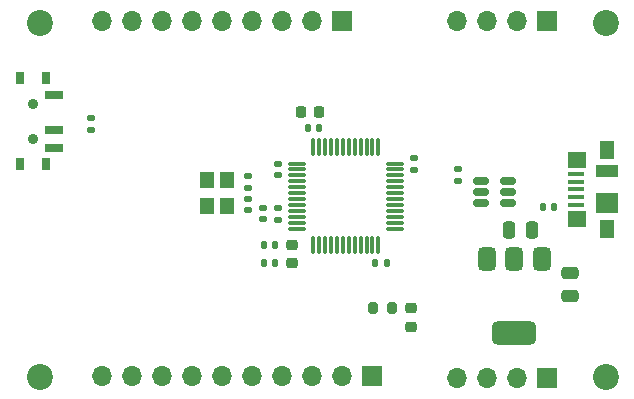
<source format=gbr>
%TF.GenerationSoftware,KiCad,Pcbnew,8.0.5*%
%TF.CreationDate,2024-10-20T15:16:03+03:00*%
%TF.ProjectId,FirstTrace,46697273-7454-4726-9163-652e6b696361,rev?*%
%TF.SameCoordinates,Original*%
%TF.FileFunction,Soldermask,Top*%
%TF.FilePolarity,Negative*%
%FSLAX46Y46*%
G04 Gerber Fmt 4.6, Leading zero omitted, Abs format (unit mm)*
G04 Created by KiCad (PCBNEW 8.0.5) date 2024-10-20 15:16:03*
%MOMM*%
%LPD*%
G01*
G04 APERTURE LIST*
G04 Aperture macros list*
%AMRoundRect*
0 Rectangle with rounded corners*
0 $1 Rounding radius*
0 $2 $3 $4 $5 $6 $7 $8 $9 X,Y pos of 4 corners*
0 Add a 4 corners polygon primitive as box body*
4,1,4,$2,$3,$4,$5,$6,$7,$8,$9,$2,$3,0*
0 Add four circle primitives for the rounded corners*
1,1,$1+$1,$2,$3*
1,1,$1+$1,$4,$5*
1,1,$1+$1,$6,$7*
1,1,$1+$1,$8,$9*
0 Add four rect primitives between the rounded corners*
20,1,$1+$1,$2,$3,$4,$5,0*
20,1,$1+$1,$4,$5,$6,$7,0*
20,1,$1+$1,$6,$7,$8,$9,0*
20,1,$1+$1,$8,$9,$2,$3,0*%
G04 Aperture macros list end*
%ADD10RoundRect,0.140000X-0.170000X0.140000X-0.170000X-0.140000X0.170000X-0.140000X0.170000X0.140000X0*%
%ADD11C,2.200000*%
%ADD12R,0.800000X1.000000*%
%ADD13C,0.900000*%
%ADD14R,1.500000X0.700000*%
%ADD15R,1.700000X1.700000*%
%ADD16O,1.700000X1.700000*%
%ADD17RoundRect,0.375000X-0.375000X0.625000X-0.375000X-0.625000X0.375000X-0.625000X0.375000X0.625000X0*%
%ADD18RoundRect,0.500000X-1.400000X0.500000X-1.400000X-0.500000X1.400000X-0.500000X1.400000X0.500000X0*%
%ADD19R,1.200000X1.400000*%
%ADD20RoundRect,0.250000X0.475000X-0.250000X0.475000X0.250000X-0.475000X0.250000X-0.475000X-0.250000X0*%
%ADD21RoundRect,0.135000X-0.185000X0.135000X-0.185000X-0.135000X0.185000X-0.135000X0.185000X0.135000X0*%
%ADD22RoundRect,0.218750X-0.256250X0.218750X-0.256250X-0.218750X0.256250X-0.218750X0.256250X0.218750X0*%
%ADD23RoundRect,0.200000X0.200000X0.275000X-0.200000X0.275000X-0.200000X-0.275000X0.200000X-0.275000X0*%
%ADD24RoundRect,0.150000X-0.512500X-0.150000X0.512500X-0.150000X0.512500X0.150000X-0.512500X0.150000X0*%
%ADD25RoundRect,0.140000X0.140000X0.170000X-0.140000X0.170000X-0.140000X-0.170000X0.140000X-0.170000X0*%
%ADD26R,1.380000X0.450000*%
%ADD27R,1.300000X1.650000*%
%ADD28R,1.550000X1.425000*%
%ADD29R,1.900000X1.800000*%
%ADD30R,1.900000X1.000000*%
%ADD31RoundRect,0.075000X-0.662500X-0.075000X0.662500X-0.075000X0.662500X0.075000X-0.662500X0.075000X0*%
%ADD32RoundRect,0.075000X-0.075000X-0.662500X0.075000X-0.662500X0.075000X0.662500X-0.075000X0.662500X0*%
%ADD33RoundRect,0.140000X0.170000X-0.140000X0.170000X0.140000X-0.170000X0.140000X-0.170000X-0.140000X0*%
%ADD34RoundRect,0.140000X-0.140000X-0.170000X0.140000X-0.170000X0.140000X0.170000X-0.140000X0.170000X0*%
%ADD35RoundRect,0.225000X-0.225000X-0.250000X0.225000X-0.250000X0.225000X0.250000X-0.225000X0.250000X0*%
%ADD36RoundRect,0.135000X0.185000X-0.135000X0.185000X0.135000X-0.185000X0.135000X-0.185000X-0.135000X0*%
%ADD37RoundRect,0.250000X-0.250000X-0.475000X0.250000X-0.475000X0.250000X0.475000X-0.250000X0.475000X0*%
%ADD38RoundRect,0.147500X0.147500X0.172500X-0.147500X0.172500X-0.147500X-0.172500X0.147500X-0.172500X0*%
G04 APERTURE END LIST*
D10*
%TO.C,C1*%
X156580000Y-96840000D03*
X156580000Y-97800000D03*
%TD*%
D11*
%TO.C,H2*%
X184420000Y-84880000D03*
%TD*%
D12*
%TO.C,SW1*%
X136965000Y-89580000D03*
X134755000Y-89580000D03*
D13*
X135855000Y-91730000D03*
X135855000Y-94730000D03*
D12*
X136965000Y-96880000D03*
X134755000Y-96880000D03*
D14*
X137615000Y-90980000D03*
X137615000Y-93980000D03*
X137615000Y-95480000D03*
%TD*%
D15*
%TO.C,J3*%
X162060000Y-84720000D03*
D16*
X159520000Y-84720000D03*
X156980000Y-84720000D03*
X154440000Y-84720000D03*
X151900000Y-84720000D03*
X149360000Y-84720000D03*
X146820000Y-84720000D03*
X144280000Y-84720000D03*
X141740000Y-84720000D03*
%TD*%
D11*
%TO.C,H3*%
X184420000Y-114840000D03*
%TD*%
D17*
%TO.C,U3*%
X178930000Y-104890000D03*
X176630000Y-104890000D03*
D18*
X176630000Y-111190000D03*
D17*
X174330000Y-104890000D03*
%TD*%
D19*
%TO.C,Y1*%
X150600000Y-98210000D03*
X150600000Y-100410000D03*
X152300000Y-100410000D03*
X152300000Y-98210000D03*
%TD*%
D20*
%TO.C,C13*%
X181350000Y-108000000D03*
X181350000Y-106100000D03*
%TD*%
D11*
%TO.C,H1*%
X136480000Y-84880000D03*
%TD*%
D21*
%TO.C,R2*%
X171840000Y-97250000D03*
X171840000Y-98270000D03*
%TD*%
D22*
%TO.C,FB1*%
X157790000Y-103672500D03*
X157790000Y-105247500D03*
%TD*%
D23*
%TO.C,R3*%
X166300000Y-109030000D03*
X164650000Y-109030000D03*
%TD*%
D24*
%TO.C,U2*%
X173792500Y-98270000D03*
X173792500Y-99220000D03*
X173792500Y-100170000D03*
X176067500Y-100170000D03*
X176067500Y-99220000D03*
X176067500Y-98270000D03*
%TD*%
D25*
%TO.C,C10*%
X156400000Y-103670000D03*
X155440000Y-103670000D03*
%TD*%
D22*
%TO.C,D1*%
X167870000Y-109050000D03*
X167870000Y-110625000D03*
%TD*%
D26*
%TO.C,J1*%
X181805000Y-100302500D03*
X181805000Y-99652500D03*
X181805000Y-99002500D03*
X181805000Y-98352500D03*
X181805000Y-97702500D03*
D27*
X184465000Y-102377500D03*
D28*
X181890000Y-101490000D03*
D29*
X184465000Y-100152500D03*
D30*
X184465000Y-97452500D03*
D28*
X181890000Y-96515000D03*
D27*
X184465000Y-95627500D03*
%TD*%
D31*
%TO.C,U1*%
X158197500Y-96810000D03*
X158197500Y-97310000D03*
X158197500Y-97810000D03*
X158197500Y-98310000D03*
X158197500Y-98810000D03*
X158197500Y-99310000D03*
X158197500Y-99810000D03*
X158197500Y-100310000D03*
X158197500Y-100810000D03*
X158197500Y-101310000D03*
X158197500Y-101810000D03*
X158197500Y-102310000D03*
D32*
X159610000Y-103722500D03*
X160110000Y-103722500D03*
X160610000Y-103722500D03*
X161110000Y-103722500D03*
X161610000Y-103722500D03*
X162110000Y-103722500D03*
X162610000Y-103722500D03*
X163110000Y-103722500D03*
X163610000Y-103722500D03*
X164110000Y-103722500D03*
X164610000Y-103722500D03*
X165110000Y-103722500D03*
D31*
X166522500Y-102310000D03*
X166522500Y-101810000D03*
X166522500Y-101310000D03*
X166522500Y-100810000D03*
X166522500Y-100310000D03*
X166522500Y-99810000D03*
X166522500Y-99310000D03*
X166522500Y-98810000D03*
X166522500Y-98310000D03*
X166522500Y-97810000D03*
X166522500Y-97310000D03*
X166522500Y-96810000D03*
D32*
X165110000Y-95397500D03*
X164610000Y-95397500D03*
X164110000Y-95397500D03*
X163610000Y-95397500D03*
X163110000Y-95397500D03*
X162610000Y-95397500D03*
X162110000Y-95397500D03*
X161610000Y-95397500D03*
X161110000Y-95397500D03*
X160610000Y-95397500D03*
X160110000Y-95397500D03*
X159610000Y-95397500D03*
%TD*%
D25*
%TO.C,C11*%
X156400000Y-105240000D03*
X155440000Y-105240000D03*
%TD*%
D15*
%TO.C,J4*%
X179350000Y-114980000D03*
D16*
X176810000Y-114980000D03*
X174270000Y-114980000D03*
X171730000Y-114980000D03*
%TD*%
D33*
%TO.C,C7*%
X154080000Y-98850000D03*
X154080000Y-97890000D03*
%TD*%
D10*
%TO.C,C3*%
X168120000Y-96370000D03*
X168120000Y-97330000D03*
%TD*%
D11*
%TO.C,H4*%
X136480000Y-114840000D03*
%TD*%
D34*
%TO.C,C4*%
X159160000Y-93800000D03*
X160120000Y-93800000D03*
%TD*%
D35*
%TO.C,C5*%
X158560000Y-92430000D03*
X160110000Y-92430000D03*
%TD*%
D10*
%TO.C,C8*%
X154110000Y-99800000D03*
X154110000Y-100760000D03*
%TD*%
D36*
%TO.C,R1*%
X140770000Y-93980000D03*
X140770000Y-92960000D03*
%TD*%
D33*
%TO.C,C9*%
X156610000Y-101560000D03*
X156610000Y-100600000D03*
%TD*%
D37*
%TO.C,C12*%
X176190000Y-102410000D03*
X178090000Y-102410000D03*
%TD*%
D15*
%TO.C,J2*%
X179350000Y-84730000D03*
D16*
X176810000Y-84730000D03*
X174270000Y-84730000D03*
X171730000Y-84730000D03*
%TD*%
D10*
%TO.C,C6*%
X155380000Y-100580000D03*
X155380000Y-101540000D03*
%TD*%
D38*
%TO.C,F1*%
X180010000Y-100490000D03*
X179040000Y-100490000D03*
%TD*%
D15*
%TO.C,J5*%
X164610000Y-114830000D03*
D16*
X162070000Y-114830000D03*
X159530000Y-114830000D03*
X156990000Y-114830000D03*
X154450000Y-114830000D03*
X151910000Y-114830000D03*
X149370000Y-114830000D03*
X146830000Y-114830000D03*
X144290000Y-114830000D03*
X141750000Y-114830000D03*
%TD*%
D25*
%TO.C,C2*%
X165800000Y-105260000D03*
X164840000Y-105260000D03*
%TD*%
M02*

</source>
